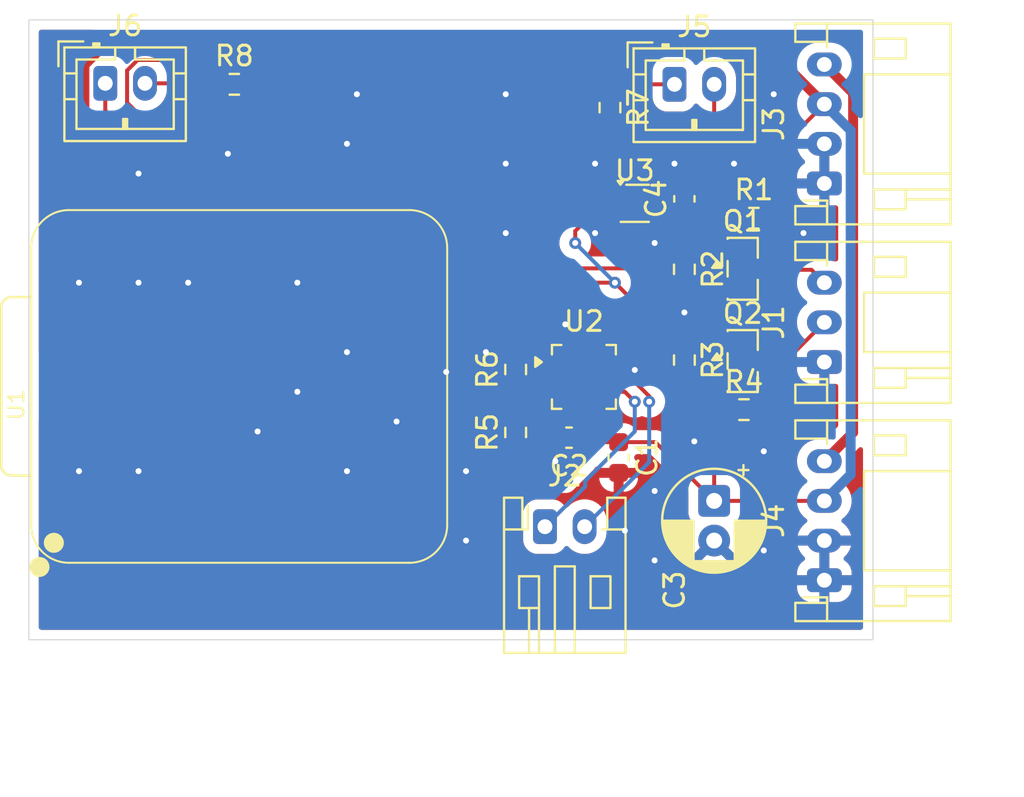
<source format=kicad_pcb>
(kicad_pcb (version 20241229) (generator "pcbnew") (generator_version "9.0")
  (layers (0 "F.Cu" signal) (2 "B.Cu" signal) (13 "F.Paste" user) (15 "B.Paste" user) (5 "F.SilkS" user "F.Silkscreen") (7 "B.SilkS" user "B.Silkscreen") (1 "F.Mask" user) (3 "B.Mask" user) (25 "Edge.Cuts" user))
  (net 0 "")
  (net 1 "/I2C_SDA")
  (net 2 "+3.3V")
  (net 3 "/I2C_SDA_3V3")
  (net 4 "/I2C_SCL_3V3")
  (net 5 "/I2C_SCL")
  (net 6 "Net-(U2-GAIN_SLOT)")
  (net 8 "Net-(J2-Pin_2)")
  (net 9 "+5V")
  (net 11 "GND")
  (net 12 "/I2S_LRCLK")
  (net 13 "/I2S_BCLK")
  (net 17 "Net-(J2-Pin_1)")
  (net 19 "/I2S_DIN")
  (net 27 "/SW_1_IN")
  (net 31 "/SW_2_IN")
  (net 33 "+24V")
  (footprint "Resistor_SMD:R_0603_1608Metric" (layer "F.Cu") (at 143.5 84.325 -90)
    (property "Reference" "R2" (at 0 -1.43 90) (layer "F.SilkS"))
    (property "Value" "10k")
    (pad "1" smd roundrect (at -0.825 0 270) (size 0.8 0.95) (layers "F.Cu" "F.Mask" "F.Paste") (net 2 "+3.3V"))
    (pad "2" smd roundrect (at 0.825 0 270) (size 0.8 0.95) (layers "F.Cu" "F.Mask" "F.Paste") (net 3 "/I2C_SDA_3V3"))
  )
  (footprint "Connector_JST:JST_PH_S3B-PH-K_1x03_P2.00mm_Horizontal" (layer "F.Cu") (at 150.55 89 90)
    (property "Reference" "J1" (at 2 -2.55 90) (layer "F.SilkS"))
    (property "Value" "Conn_01x03")
    (pad "1" thru_hole roundrect (at 0 0 90) (size 1.2 1.75) (drill 0.75) (layers "*.Cu" "*.Mask") (roundrect_rratio 0.208333) (net 11 "GND"))
    (pad "2" thru_hole oval (at 2 0 90) (size 1.2 1.75) (drill 0.75) (layers "*.Cu" "*.Mask") (net 5 "/I2C_SCL"))
    (pad "3" thru_hole oval (at 4 0 90) (size 1.2 1.75) (drill 0.75) (layers "*.Cu" "*.Mask") (net 1 "/I2C_SDA"))
  )
  (footprint "Seeed_Studio_XIAO_Series:XIAO-ESP32-S3-SMD" (layer "F.Cu") (at 131.632 99.12 90)
    (property "Reference" "U1" (at 7.112 -21.336 90) (layer "F.SilkS") (effects (font (size 0.78232 0.78232) (thickness 0.10668)) (justify left bottom)))
    (property "Value" "XIAO-ESP32-S3-SMD")
    (pad "1" smd roundrect (at 0.835 -18.12 90) (size 2.75 2) (layers "F.Cu" "F.Mask" "F.Paste"))
    (pad "2" smd roundrect (at 0.835 -15.58 90) (size 2.75 2) (layers "F.Cu" "F.Mask" "F.Paste"))
    (pad "3" smd roundrect (at 0.835 -13.04 90) (size 2.75 2) (layers "F.Cu" "F.Mask" "F.Paste") (net 12 "/I2S_LRCLK"))
    (pad "4" smd roundrect (at 0.835 -10.5 90) (size 2.75 2) (layers "F.Cu" "F.Mask" "F.Paste"))
    (pad "5" smd roundrect (at 0.835 -7.96 90) (size 2.75 2) (layers "F.Cu" "F.Mask" "F.Paste") (net 13 "/I2S_BCLK"))
    (pad "6" smd roundrect (at 0.835 -5.42 90) (size 2.75 2) (layers "F.Cu" "F.Mask" "F.Paste") (net 19 "/I2S_DIN"))
    (pad "7" smd roundrect (at 0.835 -2.88 90) (size 2.75 2) (layers "F.Cu" "F.Mask" "F.Paste"))
    (pad "8" smd roundrect (at 17 -2.88 90) (size 2.75 2) (layers "F.Cu" "F.Mask" "F.Paste") (net 31 "/SW_2_IN"))
    (pad "9" smd roundrect (at 17 -5.42 90) (size 2.75 2) (layers "F.Cu" "F.Mask" "F.Paste") (net 3 "/I2C_SDA_3V3"))
    (pad "10" smd roundrect (at 17 -7.96 90) (size 2.75 2) (layers "F.Cu" "F.Mask" "F.Paste") (net 4 "/I2C_SCL_3V3"))
    (pad "11" smd roundrect (at 17 -10.5 90) (size 2.75 2) (layers "F.Cu" "F.Mask" "F.Paste") (net 27 "/SW_1_IN"))
    (pad "12" smd roundrect (at 17 -13.04 90) (size 2.75 2) (layers "F.Cu" "F.Mask" "F.Paste") (net 2 "+3.3V"))
    (pad "13" smd roundrect (at 17 -15.58 90) (size 2.75 2) (layers "F.Cu" "F.Mask" "F.Paste") (net 11 "GND"))
    (pad "14" smd roundrect (at 17 -18.12 90) (size 2.75 2) (layers "F.Cu" "F.Mask" "F.Paste") (net 9 "+5V"))
    (pad "15" smd roundrect (at 4.445 -10.882 270) (size 2.5 1.1) (layers "F.Cu" "F.Mask" "F.Paste"))
    (pad "16" smd roundrect (at 4.445 -12.787 270) (size 2.5 1.1) (layers "F.Cu" "F.Mask" "F.Paste") (net 11 "GND"))
    (pad "17" smd circle (at 7.62 -19.132 90) (size 1.7 1.7) (layers "F.Cu" "F.Mask" "F.Paste"))
    (pad "18" smd circle (at 10.16 -19.132 90) (size 1.7 1.7) (layers "F.Cu" "F.Mask" "F.Paste"))
    (pad "19" smd circle (at 7.62 -16.592 90) (size 1.7 1.7) (layers "F.Cu" "F.Mask" "F.Paste"))
    (pad "20" smd circle (at 10.16 -16.592 90) (size 1.7 1.7) (layers "F.Cu" "F.Mask" "F.Paste") (net 11 "GND"))
    (pad "21" smd circle (at 7.62 -14.052 90) (size 1.7 1.7) (layers "F.Cu" "F.Mask" "F.Paste"))
    (pad "22" smd circle (at 10.16 -14.052 90) (size 1.7 1.7) (layers "F.Cu" "F.Mask" "F.Paste"))
    (pad "23" smd circle (at 7.62 -11.512 90) (size 1.7 1.7) (layers "F.Cu" "F.Mask" "F.Paste"))
    (pad "24" smd circle (at 10.16 -11.512 90) (size 1.7 1.7) (layers "F.Cu" "F.Mask" "F.Paste"))
  )
  (footprint "Connector_JST:JST_PH_S2B-PH-K_1x02_P2.00mm_Horizontal" (layer "F.Cu") (at 136.475 97.3)
    (property "Reference" "J2" (at 1 -2.55 0) (layer "F.SilkS"))
    (property "Value" "Conn_01x02")
    (pad "1" thru_hole roundrect (at 0 0) (size 1.2 1.75) (drill 0.75) (layers "*.Cu" "*.Mask") (roundrect_rratio 0.208333) (net 17 "Net-(J2-Pin_1)"))
    (pad "2" thru_hole oval (at 2 0) (size 1.2 1.75) (drill 0.75) (layers "*.Cu" "*.Mask") (net 8 "Net-(J2-Pin_2)"))
  )
  (footprint "Package_TO_SOT_SMD:SOT-563" (layer "F.Cu") (at 141 81)
    (property "Reference" "U3" (at 0 -1.65 0) (layer "F.SilkS"))
    (property "Value" "TMP102xxDRL")
    (pad "1" smd roundrect (at -0.7125 -0.5) (size 0.675 0.35) (layers "F.Cu" "F.Mask" "F.Paste") (net 4 "/I2C_SCL_3V3"))
    (pad "2" smd roundrect (at -0.7125 0) (size 0.675 0.35) (layers "F.Cu" "F.Mask" "F.Paste") (net 11 "GND"))
    (pad "3" smd roundrect (at -0.7125 0.5) (size 0.675 0.35) (layers "F.Cu" "F.Mask" "F.Paste"))
    (pad "4" smd roundrect (at 0.7125 0.5) (size 0.675 0.35) (layers "F.Cu" "F.Mask" "F.Paste") (net 11 "GND"))
    (pad "5" smd roundrect (at 0.7125 0) (size 0.675 0.35) (layers "F.Cu" "F.Mask" "F.Paste") (net 2 "+3.3V"))
    (pad "6" smd roundrect (at 0.7125 -0.5) (size 0.675 0.35) (layers "F.Cu" "F.Mask" "F.Paste") (net 3 "/I2C_SDA_3V3"))
  )
  (footprint "Package_TO_SOT_SMD:SOT-23" (layer "F.Cu") (at 146.4375 88.95)
    (property "Reference" "Q2" (at 0 -2.4 0) (layer "F.SilkS"))
    (property "Value" "BSS138")
    (pad "1" smd roundrect (at -0.9375 -0.95) (size 1.475 0.6) (layers "F.Cu" "F.Mask" "F.Paste") (net 2 "+3.3V"))
    (pad "2" smd roundrect (at -0.9375 0.95) (size 1.475 0.6) (layers "F.Cu" "F.Mask" "F.Paste") (net 4 "/I2C_SCL_3V3"))
    (pad "3" smd roundrect (at 0.9375 0) (size 1.475 0.6) (layers "F.Cu" "F.Mask" "F.Paste") (net 5 "/I2C_SCL"))
  )
  (footprint "Resistor_SMD:R_0603_1608Metric" (layer "F.Cu") (at 120.825 75)
    (property "Reference" "R8" (at 0 -1.43 0) (layer "F.SilkS"))
    (property "Value" "68.1k")
    (pad "1" smd roundrect (at -0.825 0) (size 0.8 0.95) (layers "F.Cu" "F.Mask" "F.Paste") (net 31 "/SW_2_IN"))
    (pad "2" smd roundrect (at 0.825 0) (size 0.8 0.95) (layers "F.Cu" "F.Mask" "F.Paste") (net 11 "GND"))
  )
  (footprint "Connector_JST:JST_PH_B2B-PH-K_1x02_P2.00mm_Vertical" (layer "F.Cu") (at 114.325 74.95)
    (property "Reference" "J6" (at 1 -2.9 0) (layer "F.SilkS"))
    (property "Value" "Conn_01x02")
    (pad "1" thru_hole roundrect (at 0 0) (size 1.2 1.75) (drill 0.75) (layers "*.Cu" "*.Mask") (roundrect_rratio 0.208333) (net 2 "+3.3V"))
    (pad "2" thru_hole oval (at 2 0) (size 1.2 1.75) (drill 0.75) (layers "*.Cu" "*.Mask") (net 31 "/SW_2_IN"))
  )
  (footprint "Capacitor_THT:CP_Radial_D5.0mm_P2.00mm" (layer "F.Cu") (at 145 96 -90)
    (property "Reference" "C3" (at 4.5 2 90) (layer "F.SilkS"))
    (property "Value" "22u")
    (pad "1" thru_hole roundrect (at 0 0 270) (size 1.6 1.6) (drill 0.8) (layers "*.Cu" "*.Mask") (roundrect_rratio 0.15625) (net 9 "+5V"))
    (pad "2" thru_hole circle (at 2 0 270) (size 1.6 1.6) (drill 0.8) (layers "*.Cu" "*.Mask") (net 11 "GND"))
  )
  (footprint "Package_DFN_QFN:TQFN-16-1EP_3x3mm_P0.5mm_EP1.23x1.23mm" (layer "F.Cu") (at 138.4375 89.75)
    (property "Reference" "U2" (at 0 -2.8 0) (layer "F.SilkS"))
    (property "Value" "MAX98357A")
    (pad "1" smd roundrect (at -1.4375 -0.75) (size 0.825 0.25) (layers "F.Cu" "F.Mask" "F.Paste") (net 19 "/I2S_DIN"))
    (pad "2" smd roundrect (at -1.4375 -0.25) (size 0.825 0.25) (layers "F.Cu" "F.Mask" "F.Paste") (net 6 "Net-(U2-GAIN_SLOT)"))
    (pad "3" smd roundrect (at -1.4375 0.25) (size 0.825 0.25) (layers "F.Cu" "F.Mask" "F.Paste") (net 11 "GND"))
    (pad "4" smd roundrect (at -1.4375 0.75) (size 0.825 0.25) (layers "F.Cu" "F.Mask" "F.Paste"))
    (pad "5" smd roundrect (at -0.75 1.4375) (size 0.25 0.825) (layers "F.Cu" "F.Mask" "F.Paste"))
    (pad "6" smd roundrect (at -0.25 1.4375) (size 0.25 0.825) (layers "F.Cu" "F.Mask" "F.Paste"))
    (pad "7" smd roundrect (at 0.25 1.4375) (size 0.25 0.825) (layers "F.Cu" "F.Mask" "F.Paste") (net 9 "+5V"))
    (pad "8" smd roundrect (at 0.75 1.4375) (size 0.25 0.825) (layers "F.Cu" "F.Mask" "F.Paste") (net 9 "+5V"))
    (pad "9" smd roundrect (at 1.4375 0.75) (size 0.825 0.25) (layers "F.Cu" "F.Mask" "F.Paste") (net 17 "Net-(J2-Pin_1)"))
    (pad "10" smd roundrect (at 1.4375 0.25) (size 0.825 0.25) (layers "F.Cu" "F.Mask" "F.Paste") (net 8 "Net-(J2-Pin_2)"))
    (pad "11" smd roundrect (at 1.4375 -0.25) (size 0.825 0.25) (layers "F.Cu" "F.Mask" "F.Paste") (net 11 "GND"))
    (pad "12" smd roundrect (at 1.4375 -0.75) (size 0.825 0.25) (layers "F.Cu" "F.Mask" "F.Paste"))
    (pad "13" smd roundrect (at 0.75 -1.4375) (size 0.25 0.825) (layers "F.Cu" "F.Mask" "F.Paste"))
    (pad "14" smd roundrect (at 0.25 -1.4375) (size 0.25 0.825) (layers "F.Cu" "F.Mask" "F.Paste") (net 12 "/I2S_LRCLK"))
    (pad "15" smd roundrect (at -0.25 -1.4375) (size 0.25 0.825) (layers "F.Cu" "F.Mask" "F.Paste") (net 11 "GND"))
    (pad "16" smd roundrect (at -0.75 -1.4375) (size 0.25 0.825) (layers "F.Cu" "F.Mask" "F.Paste") (net 13 "/I2S_BCLK"))
    (pad "17" smd rect (at 0 0) (size 1.23 1.23) (property pad_prop_heatsink) (layers "F.Cu" "F.Mask"))
  )
  (footprint "Resistor_SMD:R_0603_1608Metric" (layer "F.Cu") (at 139.75 76.175 -90)
    (property "Reference" "R7" (at 0 -1.43 90) (layer "F.SilkS"))
    (property "Value" "68.1k")
    (pad "1" smd roundrect (at -0.825 0 270) (size 0.8 0.95) (layers "F.Cu" "F.Mask" "F.Paste") (net 27 "/SW_1_IN"))
    (pad "2" smd roundrect (at 0.825 0 270) (size 0.8 0.95) (layers "F.Cu" "F.Mask" "F.Paste") (net 11 "GND"))
  )
  (footprint "Connector_JST:JST_PH_B2B-PH-K_1x02_P2.00mm_Vertical" (layer "F.Cu") (at 143 75)
    (property "Reference" "J5" (at 1 -2.9 0) (layer "F.SilkS"))
    (property "Value" "Conn_01x02")
    (pad "1" thru_hole roundrect (at 0 0) (size 1.2 1.75) (drill 0.75) (layers "*.Cu" "*.Mask") (roundrect_rratio 0.208333) (net 27 "/SW_1_IN"))
    (pad "2" thru_hole oval (at 2 0) (size 1.2 1.75) (drill 0.75) (layers "*.Cu" "*.Mask") (net 2 "+3.3V"))
  )
  (footprint "Resistor_SMD:R_0603_1608Metric" (layer "F.Cu") (at 143.5 88.9 -90)
    (property "Reference" "R3" (at 0 -1.43 270) (layer "F.SilkS"))
    (property "Value" "10k")
    (pad "1" smd roundrect (at -0.825 0 270) (size 0.8 0.95) (layers "F.Cu" "F.Mask" "F.Paste") (net 2 "+3.3V"))
    (pad "2" smd roundrect (at 0.825 0 270) (size 0.8 0.95) (layers "F.Cu" "F.Mask" "F.Paste") (net 4 "/I2C_SCL_3V3"))
  )
  (footprint "Resistor_SMD:R_0603_1608Metric" (layer "F.Cu") (at 135 92.55 90)
    (property "Reference" "R5" (at 0 -1.43 90) (layer "F.SilkS"))
    (property "Value" "R")
    (pad "1" smd roundrect (at -0.825 0 90) (size 0.8 0.95) (layers "F.Cu" "F.Mask" "F.Paste") (net 9 "+5V"))
    (pad "2" smd roundrect (at 0.825 0 90) (size 0.8 0.95) (layers "F.Cu" "F.Mask" "F.Paste") (net 6 "Net-(U2-GAIN_SLOT)"))
  )
  (footprint "Capacitor_SMD:C_0603_1608Metric" (layer "F.Cu") (at 143.5 80.775 90)
    (property "Reference" "C4" (at 0 -1.43 90) (layer "F.SilkS"))
    (property "Value" "0.1u")
    (pad "1" smd roundrect (at -0.775 0 90) (size 0.9 0.95) (layers "F.Cu" "F.Mask" "F.Paste") (net 2 "+3.3V"))
    (pad "2" smd roundrect (at 0.775 0 90) (size 0.9 0.95) (layers "F.Cu" "F.Mask" "F.Paste") (net 11 "GND"))
  )
  (footprint "Resistor_SMD:R_0603_1608Metric" (layer "F.Cu") (at 147 81.75)
    (property "Reference" "R1" (at 0 -1.43 0) (layer "F.SilkS"))
    (property "Value" "10k")
    (pad "1" smd roundrect (at -0.825 0) (size 0.8 0.95) (layers "F.Cu" "F.Mask" "F.Paste") (net 9 "+5V"))
    (pad "2" smd roundrect (at 0.825 0) (size 0.8 0.95) (layers "F.Cu" "F.Mask" "F.Paste") (net 1 "/I2C_SDA"))
  )
  (footprint "Capacitor_SMD:C_0603_1608Metric" (layer "F.Cu") (at 140.1875 93.8125 -90)
    (property "Reference" "C1" (at 0 -1.43 90) (layer "F.SilkS"))
    (property "Value" "0.1u")
    (pad "1" smd roundrect (at -0.775 0 270) (size 0.9 0.95) (layers "F.Cu" "F.Mask" "F.Paste") (net 9 "+5V"))
    (pad "2" smd roundrect (at 0.775 0 270) (size 0.9 0.95) (layers "F.Cu" "F.Mask" "F.Paste") (net 11 "GND"))
  )
  (footprint "Package_TO_SOT_SMD:SOT-23" (layer "F.Cu") (at 146.4375 84.3)
    (property "Reference" "Q1" (at 0 -2.4 0) (layer "F.SilkS"))
    (property "Value" "BSS138")
    (pad "1" smd roundrect (at -0.9375 -0.95) (size 1.475 0.6) (layers "F.Cu" "F.Mask" "F.Paste") (net 2 "+3.3V"))
    (pad "2" smd roundrect (at -0.9375 0.95) (size 1.475 0.6) (layers "F.Cu" "F.Mask" "F.Paste") (net 3 "/I2C_SDA_3V3"))
    (pad "3" smd roundrect (at 0.9375 0) (size 1.475 0.6) (layers "F.Cu" "F.Mask" "F.Paste") (net 1 "/I2C_SDA"))
  )
  (footprint "Resistor_SMD:R_0603_1608Metric" (layer "F.Cu") (at 135 89.375 90)
    (property "Reference" "R6" (at 0 -1.43 90) (layer "F.SilkS"))
    (property "Value" "R")
    (pad "1" smd roundrect (at -0.825 0 90) (size 0.8 0.95) (layers "F.Cu" "F.Mask" "F.Paste") (net 6 "Net-(U2-GAIN_SLOT)"))
    (pad "2" smd roundrect (at 0.825 0 90) (size 0.8 0.95) (layers "F.Cu" "F.Mask" "F.Paste") (net 11 "GND"))
  )
  (footprint "Resistor_SMD:R_0603_1608Metric" (layer "F.Cu") (at 146.5 91.4)
    (property "Reference" "R4" (at 0 -1.43 0) (layer "F.SilkS"))
    (property "Value" "10k")
    (pad "1" smd roundrect (at -0.825 0) (size 0.8 0.95) (layers "F.Cu" "F.Mask" "F.Paste") (net 9 "+5V"))
    (pad "2" smd roundrect (at 0.825 0) (size 0.8 0.95) (layers "F.Cu" "F.Mask" "F.Paste") (net 5 "/I2C_SCL"))
  )
  (footprint "Connector_JST:JST_PH_S4B-PH-K_1x04_P2.00mm_Horizontal" (layer "F.Cu") (at 150.55 80 90)
    (property "Reference" "J3" (at 3 -2.55 90) (layer "F.SilkS"))
    (property "Value" "Conn_01x04")
    (pad "1" thru_hole roundrect (at 0 0 90) (size 1.2 1.75) (drill 0.75) (layers "*.Cu" "*.Mask") (roundrect_rratio 0.208333) (net 11 "GND"))
    (pad "2" thru_hole oval (at 2 0 90) (size 1.2 1.75) (drill 0.75) (layers "*.Cu" "*.Mask") (net 11 "GND"))
    (pad "3" thru_hole oval (at 4 0 90) (size 1.2 1.75) (drill 0.75) (layers "*.Cu" "*.Mask") (net 9 "+5V"))
    (pad "4" thru_hole oval (at 6 0 90) (size 1.2 1.75) (drill 0.75) (layers "*.Cu" "*.Mask") (net 33 "+24V"))
  )
  (footprint "Capacitor_SMD:C_0603_1608Metric" (layer "F.Cu") (at 137.6875 92.8125 180)
    (property "Reference" "C2" (at 0 -1.43 0) (layer "F.SilkS"))
    (property "Value" "10u")
    (pad "1" smd roundrect (at -0.775 0 180) (size 0.9 0.95) (layers "F.Cu" "F.Mask" "F.Paste") (net 9 "+5V"))
    (pad "2" smd roundrect (at 0.775 0 180) (size 0.9 0.95) (layers "F.Cu" "F.Mask" "F.Paste") (net 11 "GND"))
  )
  (footprint "Connector_JST:JST_PH_S4B-PH-K_1x04_P2.00mm_Horizontal" (layer "F.Cu") (at 150.55 100 90)
    (property "Reference" "J4" (at 3 -2.55 90) (layer "F.SilkS"))
    (property "Value" "Conn_01x04")
    (pad "1" thru_hole roundrect (at 0 0 90) (size 1.2 1.75) (drill 0.75) (layers "*.Cu" "*.Mask") (roundrect_rratio 0.208333) (net 11 "GND"))
    (pad "2" thru_hole oval (at 2 0 90) (size 1.2 1.75) (drill 0.75) (layers "*.Cu" "*.Mask") (net 11 "GND"))
    (pad "3" thru_hole oval (at 4 0 90) (size 1.2 1.75) (drill 0.75) (layers "*.Cu" "*.Mask") (net 9 "+5V"))
    (pad "4" thru_hole oval (at 6 0 90) (size 1.2 1.75) (drill 0.75) (layers "*.Cu" "*.Mask") (net 33 "+24V"))
  )
  (gr_line (start 153 71.75) (end 110.475 71.75) (stroke (width 0.05)) (layer "Edge.Cuts"))
  (gr_line (start 153 103) (end 153 71.75) (stroke (width 0.05)) (layer "Edge.Cuts"))
  (gr_line (start 110.475 103) (end 153 103) (stroke (width 0.05)) (layer "Edge.Cuts"))
  (gr_line (start 110.475 71.75) (end 110.475 103) (stroke (width 0.05)) (layer "Edge.Cuts"))
  (segment (start 147.775 81.9) (end 147.775 83.95) (width 0.2) (layer "F.Cu") (net 1))
  (segment (start 147.775 83.95) (end 147.375 84.35) (width 0.2) (layer "F.Cu") (net 1))
  (segment (start 147.375 84.35) (end 149.9 84.35) (width 0.2) (layer "F.Cu") (net 1))
  (segment (start 149.9 84.35) (end 150.55 85) (width 0.2) (layer "F.Cu") (net 1))
  (segment (start 145 82.9) (end 145 75) (width 0.2) (layer "F.Cu") (net 2))
  (segment (start 114.325 76.325) (end 114.325 74.95) (width 0.2) (layer "F.Cu") (net 2))
  (segment (start 146.278468 90.501) (end 146.5385 90.240968) (width 0.2) (layer "F.Cu") (net 2))
  (segment (start 139 86) (end 140.5 87.5) (width 0.2) (layer "F.Cu") (net 2))
  (segment (start 118.592 82.12) (end 122.472 86) (width 0.2) (layer "F.Cu") (net 2))
  (segment (start 143.5 83.35) (end 145.45 83.35) (width 0.2) (layer "F.Cu") (net 2))
  (segment (start 143.5 83.35) (end 143.5 81.55) (width 0.2) (layer "F.Cu") (net 2))
  (segment (start 143.001 90.501) (end 146.278468 90.501) (width 0.2) (layer "F.Cu") (net 2))
  (segment (start 145.5 83.4) (end 145.5 83.920532) (width 0.2) (layer "F.Cu") (net 2))
  (segment (start 145.5 88) (end 143.625 88) (width 0.2) (layer "F.Cu") (net 2))
  (segment (start 143.625 88) (end 143.5 88.125) (width 0.2) (layer "F.Cu") (net 2))
  (segment (start 118.592 82.12) (end 118.592 80.592) (width 0.2) (layer "F.Cu") (net 2))
  (segment (start 140.5 87.5) (end 140.5 88) (width 0.2) (layer "F.Cu") (net 2))
  (segment (start 145.5 88.454468) (end 145.5 88) (width 0.2) (layer "F.Cu") (net 2))
  (segment (start 146.5385 89.492968) (end 145.5 88.454468) (width 0.2) (layer "F.Cu") (net 2))
  (segment (start 145.5 83.920532) (end 146.5385 84.959032) (width 0.2) (layer "F.Cu") (net 2))
  (segment (start 145.5 83.4) (end 145 82.9) (width 0.2) (layer "F.Cu") (net 2))
  (segment (start 143.5 81.55) (end 142.95 81) (width 0.2) (layer "F.Cu") (net 2))
  (segment (start 140.5 88) (end 143.001 90.501) (width 0.2) (layer "F.Cu") (net 2))
  (segment (start 145.45 83.35) (end 145.5 83.4) (width 0.2) (layer "F.Cu") (net 2))
  (segment (start 146.5385 90.240968) (end 146.5385 89.492968) (width 0.2) (layer "F.Cu") (net 2))
  (segment (start 146.5385 84.959032) (end 146.5385 86.9615) (width 0.2) (layer "F.Cu") (net 2))
  (segment (start 146.5385 86.9615) (end 145.5 88) (width 0.2) (layer "F.Cu") (net 2))
  (segment (start 142.95 81) (end 141.7125 81) (width 0.2) (layer "F.Cu") (net 2))
  (segment (start 118.592 80.592) (end 114.325 76.325) (width 0.2) (layer "F.Cu") (net 2))
  (segment (start 122.472 86) (end 139 86) (width 0.2) (layer "F.Cu") (net 2))
  (segment (start 126.212 82.12) (end 128.37175 84.27975) (width 0.2) (layer "F.Cu") (net 3))
  (segment (start 141.323152 80.5) (end 141 80.823152) (width 0.2) (layer "F.Cu") (net 3))
  (segment (start 128.37175 84.27975) (end 141 84.27975) (width 0.2) (layer "F.Cu") (net 3))
  (segment (start 142.6 84.9) (end 143.5 84.9) (width 0.2) (layer "F.Cu") (net 3))
  (segment (start 145.5 85.3) (end 143.9 85.3) (width 0.2) (layer "F.Cu") (net 3))
  (segment (start 141.97975 84.27975) (end 142.6 84.9) (width 0.2) (layer "F.Cu") (net 3))
  (segment (start 141 84.27975) (end 141.97975 84.27975) (width 0.2) (layer "F.Cu") (net 3))
  (segment (start 141 80.823152) (end 141 84.27975) (width 0.2) (layer "F.Cu") (net 3))
  (segment (start 143.9 85.3) (end 143.5 84.9) (width 0.2) (layer "F.Cu") (net 3))
  (segment (start 141.7125 80.5) (end 141.323152 80.5) (width 0.2) (layer "F.Cu") (net 3))
  (segment (start 140.2875 80.5) (end 139.898152 80.5) (width 0.2) (layer "F.Cu") (net 4))
  (segment (start 145.275 89.675) (end 143.5 89.675) (width 0.2) (layer "F.Cu") (net 4))
  (segment (start 140 85) (end 141.5 86.5) (width 0.2) (layer "F.Cu") (net 4))
  (segment (start 141.5 86.5) (end 141.5 87.675) (width 0.2) (layer "F.Cu") (net 4))
  (segment (start 138 82.398152) (end 138 83) (width 0.2) (layer "F.Cu") (net 4))
  (segment (start 141.5 87.675) (end 143.5 89.675) (width 0.2) (layer "F.Cu") (net 4))
  (segment (start 145.5 89.9) (end 145.275 89.675) (width 0.2) (layer "F.Cu") (net 4))
  (segment (start 126.552 85) (end 123.672 82.12) (width 0.2) (layer "F.Cu") (net 4))
  (segment (start 139.898152 80.5) (end 138 82.398152) (width 0.2) (layer "F.Cu") (net 4))
  (segment (start 140 85) (end 126.552 85) (width 0.2) (layer "F.Cu") (net 4))
  (via (at 140 85) (size 0.6) (drill 0.3) (layers "F.Cu" "B.Cu") (net 4))
  (via (at 138 83) (size 0.6) (drill 0.3) (layers "F.Cu" "B.Cu") (net 4))
  (segment (start 138 83) (end 140 85) (width 0.2) (layer "B.Cu") (net 4))
  (segment (start 147.275 91.4) (end 147.275 89.05) (width 0.2) (layer "F.Cu") (net 5))
  (segment (start 148.6 88.95) (end 150.55 87) (width 0.2) (layer "F.Cu") (net 5))
  (segment (start 147.375 88.95) (end 148.6 88.95) (width 0.2) (layer "F.Cu") (net 5))
  (segment (start 147.275 89.05) (end 147.375 88.95) (width 0.2) (layer "F.Cu") (net 5))
  (segment (start 135 90.2) (end 135.7 89.5) (width 0.2) (layer "F.Cu") (net 6))
  (segment (start 135 91.725) (end 135 90.2) (width 0.2) (layer "F.Cu") (net 6))
  (segment (start 135.7 89.5) (end 137 89.5) (width 0.2) (layer "F.Cu") (net 6))
  (segment (start 141.727003 90.727003) (end 141.727003 91) (width 0.2) (layer "F.Cu") (net 8))
  (segment (start 139.875 90) (end 141 90) (width 0.2) (layer "F.Cu") (net 8))
  (segment (start 141 90) (end 141.727003 90.727003) (width 0.2) (layer "F.Cu") (net 8))
  (via (at 141.727003 91) (size 0.6) (drill 0.3) (layers "F.Cu" "B.Cu") (net 8))
  (segment (start 141.727003 94.047997) (end 138.475 97.3) (width 0.2) (layer "B.Cu") (net 8))
  (segment (start 141.727003 91) (end 141.727003 94.047997) (width 0.2) (layer "B.Cu") (net 8))
  (segment (start 145 96) (end 145 92.125) (width 0.2) (layer "F.Cu") (net 9))
  (segment (start 114.301708 73) (end 147.55 73) (width 0.5) (layer "F.Cu") (net 9))
  (segment (start 145 92.125) (end 145.725 91.4) (width 0.2) (layer "F.Cu") (net 9))
  (segment (start 150.55 96) (end 145 96) (width 0.2) (layer "F.Cu") (net 9))
  (segment (start 138.6875 91.1875) (end 139.1875 91.1875) (width 0.2) (layer "F.Cu") (net 9))
  (segment (start 113.274 81.882) (end 113.274 74.027708) (width 0.5) (layer "F.Cu") (net 9))
  (segment (start 113.512 82.12) (end 113.274 81.882) (width 0.5) (layer "F.Cu") (net 9))
  (segment (start 135 93.375) (end 135 94) (width 0.2) (layer "F.Cu") (net 9))
  (segment (start 147.55 73) (end 150.55 76) (width 0.5) (layer "F.Cu") (net 9))
  (segment (start 140.1875 93.0375) (end 142.0375 93.0375) (width 0.2) (layer "F.Cu") (net 9))
  (segment (start 146.225 80.325) (end 150.55 76) (width 0.2) (layer "F.Cu") (net 9))
  (segment (start 113.274 74.027708) (end 114.301708 73) (width 0.5) (layer "F.Cu") (net 9))
  (segment (start 146.225 81.9) (end 146.225 80.325) (width 0.2) (layer "F.Cu") (net 9))
  (segment (start 135 94) (end 136 95) (width 0.2) (layer "F.Cu") (net 9))
  (segment (start 142.0375 93.0375) (end 145 96) (width 0.2) (layer "F.Cu") (net 9))
  (segment (start 138.4625 94.0375) (end 138.4625 92.8125) (width 0.2) (layer "F.Cu") (net 9))
  (segment (start 140.1875 93.0375) (end 138.6875 93.0375) (width 0.2) (layer "F.Cu") (net 9))
  (segment (start 138.6875 92.5875) (end 138.6875 91.1875) (width 0.2) (layer "F.Cu") (net 9))
  (segment (start 138.6875 93.0375) (end 138.4625 92.8125) (width 0.2) (layer "F.Cu") (net 9))
  (segment (start 137.5 95) (end 138.4625 94.0375) (width 0.2) (layer "F.Cu") (net 9))
  (segment (start 138.4625 92.8125) (end 138.6875 92.5875) (width 0.2) (layer "F.Cu") (net 9))
  (segment (start 136 95) (end 137.5 95) (width 0.2) (layer "F.Cu") (net 9))
  (segment (start 150.55 76) (end 151.876 77.326) (width 0.5) (layer "B.Cu") (net 9))
  (segment (start 151.876 77.326) (end 151.876 94.674) (width 0.5) (layer "B.Cu") (net 9))
  (segment (start 151.876 94.674) (end 150.55 96) (width 0.5) (layer "B.Cu") (net 9))
  (segment (start 116.052 85.448) (end 116 85.5) (width 0.2) (layer "F.Cu") (net 11))
  (segment (start 118.845 93.425) (end 119.27 93) (width 0.2) (layer "F.Cu") (net 11))
  (segment (start 138.1875 88.3125) (end 138.1875 87.7875) (width 0.2) (layer "F.Cu") (net 11))
  (segment (start 139.875 89.5) (end 140.9 89.5) (width 0.2) (layer "F.Cu") (net 11))
  (segment (start 137 90) (end 136.571702 90) (width 0.2) (layer "F.Cu") (net 11))
  (segment (start 140.2875 81) (end 139.898152 81) (width 0.2) (layer "F.Cu") (net 11))
  (segment (start 116.052 79.552) (end 116 79.5) (width 0.2) (layer "F.Cu") (net 11))
  (segment (start 136.2865 92.1865) (end 136.9125 92.8125) (width 0.2) (layer "F.Cu") (net 11))
  (segment (start 138.1875 87.7875) (end 137.5 87.1) (width 0.2) (layer "F.Cu") (net 11))
  (segment (start 116.052 82.12) (end 116.052 79.552) (width 0.2) (layer "F.Cu") (net 11))
  (segment (start 118.845 94.675) (end 118.845 93.425) (width 0.2) (layer "F.Cu") (net 11))
  (segment (start 136.2865 90.285202) (end 136.2865 92.1865) (width 0.2) (layer "F.Cu") (net 11))
  (segment (start 119.27 93) (end 121.5 93) (width 0.2) (layer "F.Cu") (net 11))
  (segment (start 141.7125 81.5) (end 141.7125 82.7125) (width 0.2) (layer "F.Cu") (net 11))
  (segment (start 121.5 93) (end 122 92.5) (width 0.2) (layer "F.Cu") (net 11))
  (segment (start 139 81.898152) (end 139 82.5) (width 0.2) (layer "F.Cu") (net 11))
  (segment (start 140.9 89.5) (end 141 89.4) (width 0.2) (layer "F.Cu") (net 11))
  (segment (start 139.898152 81) (end 139 81.898152) (width 0.2) (layer "F.Cu") (net 11))
  (segment (start 136.571702 90) (end 136.2865 90.285202) (width 0.2) (layer "F.Cu") (net 11))
  (segment (start 141.7125 82.7125) (end 142 83) (width 0.2) (layer "F.Cu") (net 11))
  (via (at 143 79) (size 0.6) (drill 0.3) (layers "F.Cu" "B.Cu") (net 11))
  (via (at 142 99) (size 0.6) (drill 0.3) (layers "F.Cu" "B.Cu") (net 11))
  (via (at 139 79) (size 0.6) (drill 0.3) (layers "F.Cu" "B.Cu") (net 11))
  (via (at 148 75.5) (size 0.6) (drill 0.3) (layers "F.Cu" "B.Cu") (net 11))
  (via (at 142 83) (size 0.6) (drill 0.3) (layers "F.Cu" "B.Cu") (net 11))
  (via (at 118.5 85) (size 0.6) (drill 0.3) (layers "F.Cu" "B.Cu") (net 11))
  (via (at 116 85) (size 0.6) (drill 0.3) (layers "F.Cu" "B.Cu") (net 11))
  (via (at 131.5 89.5) (size 0.6) (drill 0.3) (layers "F.Cu" "B.Cu") (net 11))
  (via (at 143.5 86.5) (size 0.6) (drill 0.3) (layers "F.Cu" "B.Cu") (net 11))
  (via (at 132.5 98) (size 0.6) (drill 0.3) (layers "F.Cu" "B.Cu") (net 11))
  (via (at 146 79) (size 0.6) (drill 0.3) (layers "F.Cu" "B.Cu") (net 11))
  (via (at 120.5 78.5) (size 0.6) (drill 0.3) (layers "F.Cu" "B.Cu") (net 11))
  (via (at 124 85) (size 0.6) (drill 0.3) (layers "F.Cu" "B.Cu") (net 11))
  (via (at 134.5 82.5) (size 0.6) (drill 0.3) (layers "F.Cu" "B.Cu") (net 11))
  (via (at 126.5 88.5) (size 0.6) (drill 0.3) (layers "F.Cu" "B.Cu") (net 11))
  (via (at 132.5 94.5) (size 0.6) (drill 0.3) (layers "F.Cu" "B.Cu") (net 11))
  (via (at 116 94.5) (size 0.6) (drill 0.3) (layers "F.Cu" "B.Cu") (net 11))
  (via (at 127 75.5) (size 0.6) (drill 0.3) (layers "F.Cu" "B.Cu") (net 11))
  (via (at 116 79.5) (size 0.6) (drill 0.3) (layers "F.Cu" "B.Cu") (net 11))
  (via (at 126.5 94.5) (size 0.6) (drill 0.3) (layers "F.Cu" "B.Cu") (net 11))
  (via (at 137 94) (size 0.6) (drill 0.3) (layers "F.Cu" "B.Cu") (net 11))
  (via (at 113 85) (size 0.6) (drill 0.3) (layers "F.Cu" "B.Cu") (net 11))
  (via (at 126.5 78) (size 0.6) (drill 0.3) (layers "F.Cu" "B.Cu") (net 11))
  (via (at 124 90.5) (size 0.6) (drill 0.3) (layers "F.Cu" "B.Cu") (net 11))
  (via (at 139 82.5) (size 0.6) (drill 0.3) (layers "F.Cu" "B.Cu") (net 11))
  (via (at 122 92.5) (size 0.6) (drill 0.3) (layers "F.Cu" "B.Cu") (net 11))
  (via (at 134.5 79) (size 0.6) (drill 0.3) (layers "F.Cu" "B.Cu") (net 11))
  (via (at 113 94.5) (size 0.6) (drill 0.3) (layers "F.Cu" "B.Cu") (net 11))
  (via (at 147.5 93.5) (size 0.6) (drill 0.3) (layers "F.Cu" "B.Cu") (net 11))
  (via (at 134.5 75.5) (size 0.6) (drill 0.3) (layers "F.Cu" "B.Cu") (net 11))
  (via (at 133.5 88.5) (size 0.6) (drill 0.3) (layers "F.Cu" "B.Cu") (net 11))
  (via (at 142 95.5) (size 0.6) (drill 0.3) (layers "F.Cu" "B.Cu") (net 11))
  (via (at 144 93) (size 0.6) (drill 0.3) (layers "F.Cu" "B.Cu") (net 11))
  (via (at 149.5 82.5) (size 0.6) (drill 0.3) (layers "F.Cu" "B.Cu") (net 11))
  (via (at 141 89.4) (size 0.6) (drill 0.3) (layers "F.Cu" "B.Cu") (net 11))
  (via (at 137.5 87.1) (size 0.6) (drill 0.3) (layers "F.Cu" "B.Cu") (net 11))
  (via (at 140.5 97.5) (size 0.6) (drill 0.3) (layers "F.Cu" "B.Cu") (net 11))
  (via (at 129 92) (size 0.6) (drill 0.3) (layers "F.Cu" "B.Cu") (net 11))
  (via (at 147.5 98.5) (size 0.6) (drill 0.3) (layers "F.Cu" "B.Cu") (net 11))
  (segment (start 131 86.5) (end 121.274 96.226) (width 0.2) (layer "F.Cu") (net 12))
  (segment (start 138.6875 87.035851) (end 138.151649 86.5) (width 0.2) (layer "F.Cu") (net 12))
  (segment (start 120.651 96.226) (end 118.592 98.285) (width 0.2) (layer "F.Cu") (net 12))
  (segment (start 121.274 96.226) (end 120.651 96.226) (width 0.2) (layer "F.Cu") (net 12))
  (segment (start 138.151649 86.5) (end 131 86.5) (width 0.2) (layer "F.Cu") (net 12))
  (segment (start 138.6875 88.3125) (end 138.6875 87.035851) (width 0.2) (layer "F.Cu") (net 12))
  (segment (start 131 87.5) (end 136.875 87.5) (width 0.2) (layer "F.Cu") (net 13))
  (segment (start 123.672 94.828) (end 131 87.5) (width 0.2) (layer "F.Cu") (net 13))
  (segment (start 123.672 98.285) (end 123.672 94.828) (width 0.2) (layer "F.Cu") (net 13))
  (segment (start 136.875 87.5) (end 137.6875 88.3125) (width 0.2) (layer "F.Cu") (net 13))
  (segment (start 140.5 90.5) (end 141 91) (width 0.2) (layer "F.Cu") (net 17))
  (segment (start 139.875 90.5) (end 140.5 90.5) (width 0.2) (layer "F.Cu") (net 17))
  (via (at 141 91) (size 0.6) (drill 0.3) (layers "F.Cu" "B.Cu") (net 17))
  (segment (start 138.5 95) (end 138.5 95.275) (width 0.2) (layer "B.Cu") (net 17))
  (segment (start 138.5 95.275) (end 136.475 97.3) (width 0.2) (layer "B.Cu") (net 17))
  (segment (start 141 91) (end 141 92.5) (width 0.2) (layer "B.Cu") (net 17))
  (segment (start 141 92.5) (end 138.5 95) (width 0.2) (layer "B.Cu") (net 17))
  (segment (start 137 89) (end 136 89) (width 0.2) (layer "F.Cu") (net 19))
  (segment (start 126.212 97.798936) (end 126.212 98.285) (width 0.2) (layer "F.Cu") (net 19))
  (segment (start 136 89) (end 135.828 89.172) (width 0.2) (layer "F.Cu") (net 19))
  (segment (start 134.511936 89.499) (end 126.212 97.798936) (width 0.2) (layer "F.Cu") (net 19))
  (segment (start 135.564138 89.172) (end 135.237138 89.499) (width 0.2) (layer "F.Cu") (net 19))
  (segment (start 135.237138 89.499) (end 134.511936 89.499) (width 0.2) (layer "F.Cu") (net 19))
  (segment (start 135.828 89.172) (end 135.564138 89.172) (width 0.2) (layer "F.Cu") (net 19))
  (segment (start 139.75 75.35) (end 138.502 74.102) (width 0.2) (layer "F.Cu") (net 27))
  (segment (start 121.132 81.632) (end 115.424 75.924) (width 0.2) (layer "F.Cu") (net 27))
  (segment (start 115.424 75.924) (end 115.424 74.301794) (width 0.2) (layer "F.Cu") (net 27))
  (segment (start 138.502 74.102) (end 119.5 74.102) (width 0.2) (layer "F.Cu") (net 27))
  (segment (start 119.5 74.102) (end 119.398 74.102) (width 0.2) (layer "F.Cu") (net 27))
  (segment (start 115.424 74.301794) (end 115.951794 73.774) (width 0.2) (layer "F.Cu") (net 27))
  (segment (start 140.1 75) (end 139.75 75.35) (width 0.2) (layer "F.Cu") (net 27))
  (segment (start 119.172 73.774) (end 119.5 74.102) (width 0.2) (layer "F.Cu") (net 27))
  (segment (start 115.951794 73.774) (end 119.172 73.774) (width 0.2) (layer "F.Cu") (net 27))
  (segment (start 121.132 82.12) (end 121.132 81.632) (width 0.2) (layer "F.Cu") (net 27))
  (segment (start 143 75) (end 140.1 75) (width 0.2) (layer "F.Cu") (net 27))
  (segment (start 119.95 74.95) (end 120 75) (width 0.2) (layer "F.Cu") (net 31))
  (segment (start 120 76.5) (end 120 75) (width 0.2) (layer "F.Cu") (net 31))
  (segment (start 128.752 82.12) (end 126.132 79.5) (width 0.2) (layer "F.Cu") (net 31))
  (segment (start 123 79.5) (end 120 76.5) (width 0.2) (layer "F.Cu") (net 31))
  (segment (start 116.325 74.95) (end 119.95 74.95) (width 0.2) (layer "F.Cu") (net 31))
  (segment (start 126.132 79.5) (end 123 79.5) (width 0.2) (layer "F.Cu") (net 31))
  (segment (start 152 92.55) (end 150.55 94) (width 0.5) (layer "F.Cu") (net 33))
  (segment (start 152 75.45) (end 152 92.55) (width 0.5) (layer "F.Cu") (net 33))
  (segment (start 150.55 74) (end 152 75.45) (width 0.5) (layer "F.Cu") (net 33))
  (zone (net 11) (net_name "GND") (layers "F.Cu" "B.Cu") (connect_pads (clearance 0.5)) (min_thickness 0.25) (fill yes (thermal_gap 0.5) (thermal_bridge_width 0.5))
    (polygon (pts (xy 109.475 70.75) (xy 109.475 104) (xy 155 104) (xy 155 70.75)))
  )
)
</source>
